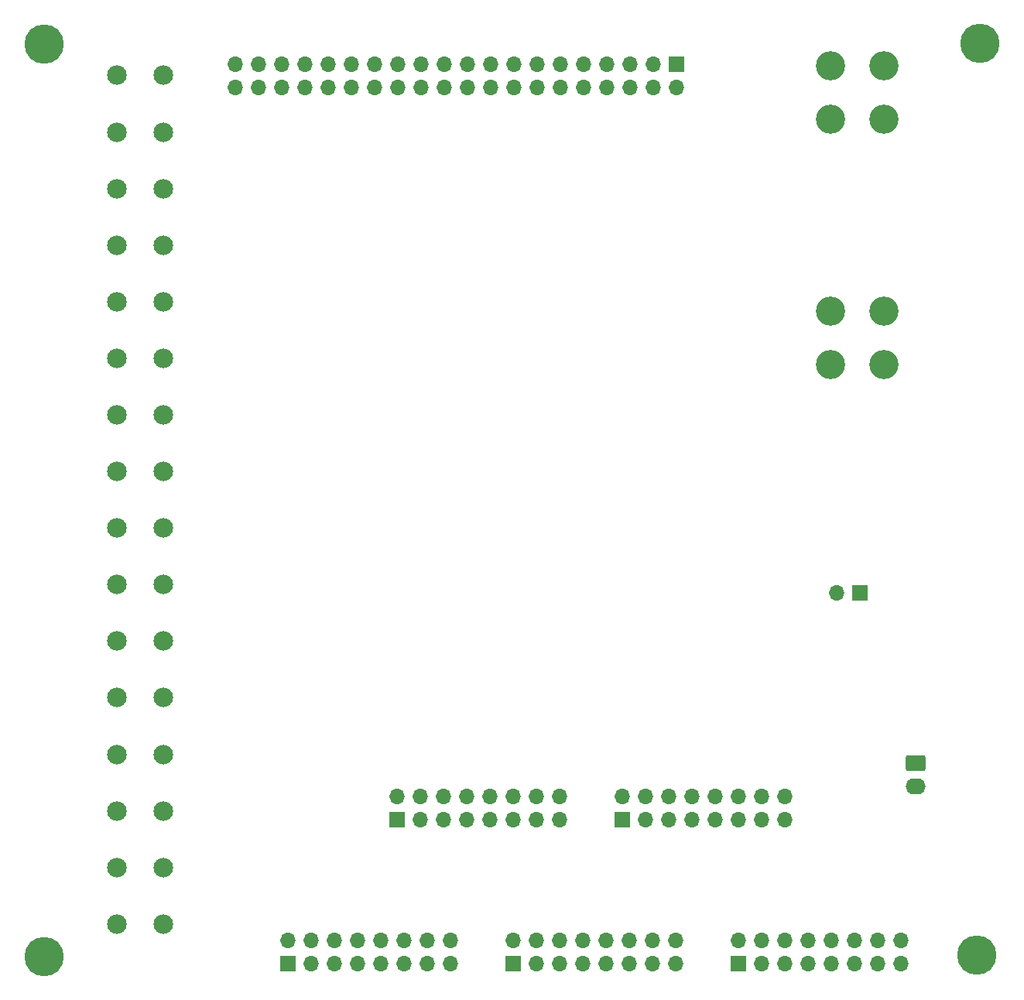
<source format=gbr>
%TF.GenerationSoftware,KiCad,Pcbnew,7.0.10*%
%TF.CreationDate,2024-04-30T00:05:16-07:00*%
%TF.ProjectId,control,636f6e74-726f-46c2-9e6b-696361645f70,A*%
%TF.SameCoordinates,Original*%
%TF.FileFunction,Soldermask,Bot*%
%TF.FilePolarity,Negative*%
%FSLAX46Y46*%
G04 Gerber Fmt 4.6, Leading zero omitted, Abs format (unit mm)*
G04 Created by KiCad (PCBNEW 7.0.10) date 2024-04-30 00:05:16*
%MOMM*%
%LPD*%
G01*
G04 APERTURE LIST*
G04 Aperture macros list*
%AMRoundRect*
0 Rectangle with rounded corners*
0 $1 Rounding radius*
0 $2 $3 $4 $5 $6 $7 $8 $9 X,Y pos of 4 corners*
0 Add a 4 corners polygon primitive as box body*
4,1,4,$2,$3,$4,$5,$6,$7,$8,$9,$2,$3,0*
0 Add four circle primitives for the rounded corners*
1,1,$1+$1,$2,$3*
1,1,$1+$1,$4,$5*
1,1,$1+$1,$6,$7*
1,1,$1+$1,$8,$9*
0 Add four rect primitives between the rounded corners*
20,1,$1+$1,$2,$3,$4,$5,0*
20,1,$1+$1,$4,$5,$6,$7,0*
20,1,$1+$1,$6,$7,$8,$9,0*
20,1,$1+$1,$8,$9,$2,$3,0*%
G04 Aperture macros list end*
%ADD10C,2.145000*%
%ADD11C,4.300000*%
%ADD12R,1.700000X1.700000*%
%ADD13O,1.700000X1.700000*%
%ADD14C,3.200000*%
%ADD15RoundRect,0.250000X-0.845000X0.620000X-0.845000X-0.620000X0.845000X-0.620000X0.845000X0.620000X0*%
%ADD16O,2.190000X1.740000*%
G04 APERTURE END LIST*
D10*
%TO.C,J27*%
X83693000Y-94002800D03*
X88773000Y-94002800D03*
%TD*%
%TO.C,J26*%
X83693000Y-87814400D03*
X88773000Y-87814400D03*
%TD*%
%TO.C,J25*%
X83693000Y-81626000D03*
X88773000Y-81626000D03*
%TD*%
%TO.C,J24*%
X83693000Y-75437600D03*
X88773000Y-75437600D03*
%TD*%
%TO.C,J23*%
X83693000Y-69249200D03*
X88773000Y-69249200D03*
%TD*%
%TO.C,J22*%
X83693000Y-63060800D03*
X88773000Y-63060800D03*
%TD*%
%TO.C,J21*%
X83693000Y-56872400D03*
X88773000Y-56872400D03*
%TD*%
%TO.C,J20*%
X83693000Y-50684000D03*
X88773000Y-50684000D03*
%TD*%
%TO.C,J19*%
X83693000Y-143510000D03*
X88773000Y-143510000D03*
%TD*%
%TO.C,J18*%
X83693000Y-137321600D03*
X88773000Y-137321600D03*
%TD*%
%TO.C,J17*%
X83693000Y-131133200D03*
X88773000Y-131133200D03*
%TD*%
%TO.C,J16*%
X83693000Y-124944800D03*
X88773000Y-124944800D03*
%TD*%
%TO.C,J15*%
X83693000Y-118756400D03*
X88773000Y-118756400D03*
%TD*%
%TO.C,J14*%
X83693000Y-112568000D03*
X88773000Y-112568000D03*
%TD*%
%TO.C,J13*%
X83693000Y-106379600D03*
X88773000Y-106379600D03*
%TD*%
%TO.C,J12*%
X83693000Y-100191200D03*
X88773000Y-100191200D03*
%TD*%
D11*
%TO.C,MH2*%
X178054000Y-47193200D03*
%TD*%
%TO.C,MH4*%
X177749200Y-146913600D03*
%TD*%
D12*
%TO.C,JP1*%
X164901800Y-107289600D03*
D13*
X162361800Y-107289600D03*
%TD*%
D14*
%TO.C,J2*%
X167566400Y-76466600D03*
X161696400Y-76466600D03*
X167566400Y-82336600D03*
X161696400Y-82336600D03*
%TD*%
D11*
%TO.C,MH1*%
X75692000Y-47244000D03*
%TD*%
D15*
%TO.C,J28*%
X171074400Y-125933200D03*
D16*
X171074400Y-128473200D03*
%TD*%
D14*
%TO.C,J1*%
X167566400Y-49631600D03*
X161696400Y-49631600D03*
X167566400Y-55501600D03*
X161696400Y-55501600D03*
%TD*%
D12*
%TO.C,J5*%
X151638000Y-147828000D03*
D13*
X151638000Y-145288000D03*
X154178000Y-147828000D03*
X154178000Y-145288000D03*
X156718000Y-147828000D03*
X156718000Y-145288000D03*
X159258000Y-147828000D03*
X159258000Y-145288000D03*
X161798000Y-147828000D03*
X161798000Y-145288000D03*
X164338000Y-147828000D03*
X164338000Y-145288000D03*
X166878000Y-147828000D03*
X166878000Y-145288000D03*
X169418000Y-147828000D03*
X169418000Y-145288000D03*
%TD*%
D12*
%TO.C,J4*%
X127000000Y-147828000D03*
D13*
X127000000Y-145288000D03*
X129540000Y-147828000D03*
X129540000Y-145288000D03*
X132080000Y-147828000D03*
X132080000Y-145288000D03*
X134620000Y-147828000D03*
X134620000Y-145288000D03*
X137160000Y-147828000D03*
X137160000Y-145288000D03*
X139700000Y-147828000D03*
X139700000Y-145288000D03*
X142240000Y-147828000D03*
X142240000Y-145288000D03*
X144780000Y-147828000D03*
X144780000Y-145288000D03*
%TD*%
D12*
%TO.C,J10*%
X144900000Y-49460000D03*
D13*
X144900000Y-52000000D03*
X142360000Y-49460000D03*
X142360000Y-52000000D03*
X139820000Y-49460000D03*
X139820000Y-52000000D03*
X137280000Y-49460000D03*
X137280000Y-52000000D03*
X134740000Y-49460000D03*
X134740000Y-52000000D03*
X132200000Y-49460000D03*
X132200000Y-52000000D03*
X129660000Y-49460000D03*
X129660000Y-52000000D03*
X127120000Y-49460000D03*
X127120000Y-52000000D03*
X124580000Y-49460000D03*
X124580000Y-52000000D03*
X122040000Y-49460000D03*
X122040000Y-52000000D03*
X119500000Y-49460000D03*
X119500000Y-52000000D03*
X116960000Y-49460000D03*
X116960000Y-52000000D03*
X114420000Y-49460000D03*
X114420000Y-52000000D03*
X111880000Y-49460000D03*
X111880000Y-52000000D03*
X109340000Y-49460000D03*
X109340000Y-52000000D03*
X106800000Y-49460000D03*
X106800000Y-52000000D03*
X104260000Y-49460000D03*
X104260000Y-52000000D03*
X101720000Y-49460000D03*
X101720000Y-52000000D03*
X99180000Y-49460000D03*
X99180000Y-52000000D03*
X96640000Y-49460000D03*
X96640000Y-52000000D03*
%TD*%
D12*
%TO.C,J3*%
X102362000Y-147828000D03*
D13*
X102362000Y-145288000D03*
X104902000Y-147828000D03*
X104902000Y-145288000D03*
X107442000Y-147828000D03*
X107442000Y-145288000D03*
X109982000Y-147828000D03*
X109982000Y-145288000D03*
X112522000Y-147828000D03*
X112522000Y-145288000D03*
X115062000Y-147828000D03*
X115062000Y-145288000D03*
X117602000Y-147828000D03*
X117602000Y-145288000D03*
X120142000Y-147828000D03*
X120142000Y-145288000D03*
%TD*%
D11*
%TO.C,MH3*%
X75692000Y-147066000D03*
%TD*%
D12*
%TO.C,J7*%
X138938000Y-132080000D03*
D13*
X138938000Y-129540000D03*
X141478000Y-132080000D03*
X141478000Y-129540000D03*
X144018000Y-132080000D03*
X144018000Y-129540000D03*
X146558000Y-132080000D03*
X146558000Y-129540000D03*
X149098000Y-132080000D03*
X149098000Y-129540000D03*
X151638000Y-132080000D03*
X151638000Y-129540000D03*
X154178000Y-132080000D03*
X154178000Y-129540000D03*
X156718000Y-132080000D03*
X156718000Y-129540000D03*
%TD*%
D12*
%TO.C,J6*%
X114300000Y-132096000D03*
D13*
X114300000Y-129556000D03*
X116840000Y-132096000D03*
X116840000Y-129556000D03*
X119380000Y-132096000D03*
X119380000Y-129556000D03*
X121920000Y-132096000D03*
X121920000Y-129556000D03*
X124460000Y-132096000D03*
X124460000Y-129556000D03*
X127000000Y-132096000D03*
X127000000Y-129556000D03*
X129540000Y-132096000D03*
X129540000Y-129556000D03*
X132080000Y-132096000D03*
X132080000Y-129556000D03*
%TD*%
M02*

</source>
